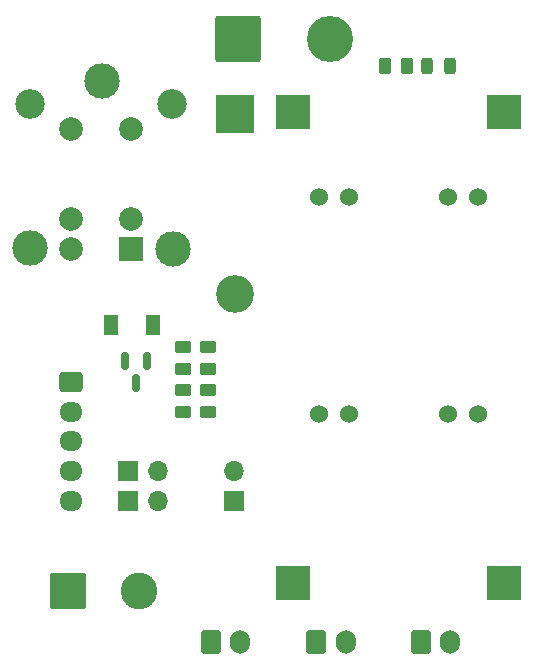
<source format=gbr>
%TF.GenerationSoftware,KiCad,Pcbnew,7.0.7*%
%TF.CreationDate,2023-10-14T15:04:30+09:00*%
%TF.ProjectId,rasp_power_module,72617370-5f70-46f7-9765-725f6d6f6475,4*%
%TF.SameCoordinates,PX74269e8PY6f4e628*%
%TF.FileFunction,Soldermask,Top*%
%TF.FilePolarity,Negative*%
%FSLAX46Y46*%
G04 Gerber Fmt 4.6, Leading zero omitted, Abs format (unit mm)*
G04 Created by KiCad (PCBNEW 7.0.7) date 2023-10-14 15:04:30*
%MOMM*%
%LPD*%
G01*
G04 APERTURE LIST*
G04 Aperture macros list*
%AMRoundRect*
0 Rectangle with rounded corners*
0 $1 Rounding radius*
0 $2 $3 $4 $5 $6 $7 $8 $9 X,Y pos of 4 corners*
0 Add a 4 corners polygon primitive as box body*
4,1,4,$2,$3,$4,$5,$6,$7,$8,$9,$2,$3,0*
0 Add four circle primitives for the rounded corners*
1,1,$1+$1,$2,$3*
1,1,$1+$1,$4,$5*
1,1,$1+$1,$6,$7*
1,1,$1+$1,$8,$9*
0 Add four rect primitives between the rounded corners*
20,1,$1+$1,$2,$3,$4,$5,0*
20,1,$1+$1,$4,$5,$6,$7,0*
20,1,$1+$1,$6,$7,$8,$9,0*
20,1,$1+$1,$8,$9,$2,$3,0*%
G04 Aperture macros list end*
%ADD10C,1.524000*%
%ADD11RoundRect,0.250000X0.450000X-0.262500X0.450000X0.262500X-0.450000X0.262500X-0.450000X-0.262500X0*%
%ADD12R,3.000000X3.000000*%
%ADD13R,1.700000X1.700000*%
%ADD14O,1.700000X1.700000*%
%ADD15RoundRect,0.250000X-0.450000X0.262500X-0.450000X-0.262500X0.450000X-0.262500X0.450000X0.262500X0*%
%ADD16RoundRect,0.249999X-1.300001X-1.300001X1.300001X-1.300001X1.300001X1.300001X-1.300001X1.300001X0*%
%ADD17C,3.100000*%
%ADD18R,3.200000X3.200000*%
%ADD19O,3.200000X3.200000*%
%ADD20R,2.000000X2.000000*%
%ADD21C,2.000000*%
%ADD22RoundRect,0.250000X-0.600000X-0.750000X0.600000X-0.750000X0.600000X0.750000X-0.600000X0.750000X0*%
%ADD23O,1.700000X2.000000*%
%ADD24RoundRect,0.250000X-0.262500X-0.450000X0.262500X-0.450000X0.262500X0.450000X-0.262500X0.450000X0*%
%ADD25RoundRect,0.243750X-0.243750X-0.456250X0.243750X-0.456250X0.243750X0.456250X-0.243750X0.456250X0*%
%ADD26RoundRect,0.250002X-1.699998X-1.699998X1.699998X-1.699998X1.699998X1.699998X-1.699998X1.699998X0*%
%ADD27C,3.900000*%
%ADD28RoundRect,0.150000X-0.150000X0.587500X-0.150000X-0.587500X0.150000X-0.587500X0.150000X0.587500X0*%
%ADD29C,3.000000*%
%ADD30C,2.500000*%
%ADD31R,1.300000X1.700000*%
%ADD32RoundRect,0.250000X-0.725000X0.600000X-0.725000X-0.600000X0.725000X-0.600000X0.725000X0.600000X0*%
%ADD33O,1.950000X1.700000*%
G04 APERTURE END LIST*
D10*
%TO.C,DCDC1*%
X28996000Y41888000D03*
X26456000Y41888000D03*
X39856000Y41888000D03*
X37316000Y41888000D03*
X28996000Y23488000D03*
X26456000Y23488000D03*
X39856000Y23488000D03*
X37316000Y23488000D03*
%TD*%
D11*
%TO.C,R1*%
X17043400Y27357700D03*
X17043400Y29182700D03*
%TD*%
D12*
%TO.C,DCDC2*%
X42074728Y49064717D03*
X24221890Y49055988D03*
X42069444Y9216627D03*
X24231217Y9207065D03*
%TD*%
D13*
%TO.C,JP1*%
X10287000Y18669000D03*
D14*
X12827000Y18669000D03*
%TD*%
D15*
%TO.C,R4*%
X17043400Y25535900D03*
X17043400Y23710900D03*
%TD*%
D16*
%TO.C,J5*%
X5207000Y8559800D03*
D17*
X11207000Y8559800D03*
%TD*%
D18*
%TO.C,D2*%
X19329400Y48895000D03*
D19*
X19329400Y33655000D03*
%TD*%
D11*
%TO.C,R2*%
X14909800Y27357700D03*
X14909800Y29182700D03*
%TD*%
D13*
%TO.C,J3*%
X19227800Y16129000D03*
D14*
X19227800Y18669000D03*
%TD*%
D20*
%TO.C,K1*%
X10541000Y37515800D03*
D21*
X10541000Y40055800D03*
X10541000Y47675800D03*
X5461000Y47675800D03*
X5461000Y40055800D03*
X5461000Y37515800D03*
%TD*%
D22*
%TO.C,J7*%
X17272000Y4191000D03*
D23*
X19772000Y4191000D03*
%TD*%
D24*
%TO.C,R5*%
X32031300Y52959000D03*
X33856300Y52959000D03*
%TD*%
D25*
%TO.C,D3*%
X35613100Y52959000D03*
X37488100Y52959000D03*
%TD*%
D26*
%TO.C,J1*%
X19595000Y55245000D03*
D27*
X27395000Y55245000D03*
%TD*%
D22*
%TO.C,J9*%
X35052000Y4191000D03*
D23*
X37552000Y4191000D03*
%TD*%
D22*
%TO.C,J8*%
X26182000Y4191000D03*
D23*
X28682000Y4191000D03*
%TD*%
D28*
%TO.C,Q1*%
X11872000Y27988500D03*
X9972000Y27988500D03*
X10922000Y26113500D03*
%TD*%
D13*
%TO.C,JP2*%
X10287000Y16129000D03*
D14*
X12827000Y16129000D03*
%TD*%
D29*
%TO.C,K2*%
X8051800Y51689000D03*
D30*
X2001800Y49739000D03*
D29*
X2001800Y37539000D03*
X14051800Y37489000D03*
D30*
X14001800Y49739000D03*
%TD*%
D31*
%TO.C,D1*%
X12341800Y31013400D03*
X8841800Y31013400D03*
%TD*%
D32*
%TO.C,J2*%
X5461000Y26187400D03*
D33*
X5461000Y23687400D03*
X5461000Y21187400D03*
X5461000Y18687400D03*
X5461000Y16187400D03*
%TD*%
D15*
%TO.C,R3*%
X14909800Y25535900D03*
X14909800Y23710900D03*
%TD*%
M02*

</source>
